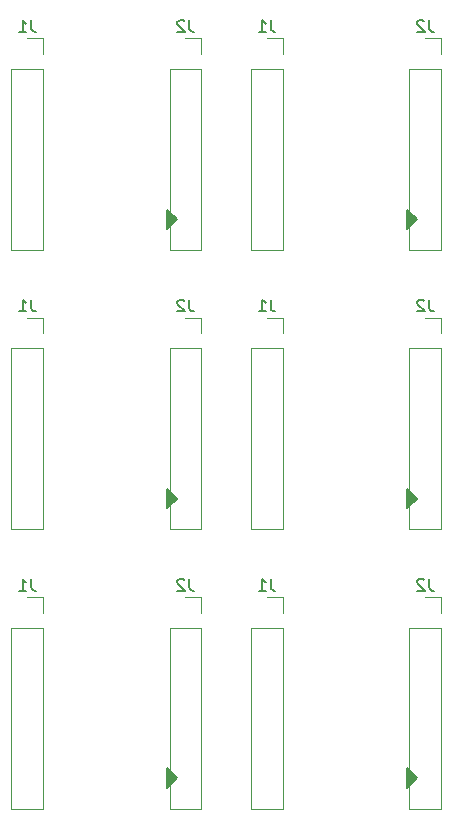
<source format=gbr>
%TF.GenerationSoftware,KiCad,Pcbnew,8.0.4*%
%TF.CreationDate,2024-09-15T23:07:02-03:00*%
%TF.ProjectId,panelized_TB67,70616e65-6c69-47a6-9564-5f544236372e,rev?*%
%TF.SameCoordinates,Original*%
%TF.FileFunction,Legend,Bot*%
%TF.FilePolarity,Positive*%
%FSLAX46Y46*%
G04 Gerber Fmt 4.6, Leading zero omitted, Abs format (unit mm)*
G04 Created by KiCad (PCBNEW 8.0.4) date 2024-09-15 23:07:02*
%MOMM*%
%LPD*%
G01*
G04 APERTURE LIST*
%ADD10C,0.200000*%
%ADD11C,0.150000*%
%ADD12C,0.120000*%
G04 APERTURE END LIST*
D10*
X144400000Y-50500500D02*
X143575000Y-51325500D01*
X143575000Y-49675500D01*
X144400000Y-50500500D01*
G36*
X144400000Y-50500500D02*
G01*
X143575000Y-51325500D01*
X143575000Y-49675500D01*
X144400000Y-50500500D01*
G37*
X144400000Y-74150500D02*
X143575000Y-74975500D01*
X143575000Y-73325500D01*
X144400000Y-74150500D01*
G36*
X144400000Y-74150500D02*
G01*
X143575000Y-74975500D01*
X143575000Y-73325500D01*
X144400000Y-74150500D01*
G37*
X164700000Y-74150500D02*
X163875000Y-74975500D01*
X163875000Y-73325500D01*
X164700000Y-74150500D01*
G36*
X164700000Y-74150500D02*
G01*
X163875000Y-74975500D01*
X163875000Y-73325500D01*
X164700000Y-74150500D01*
G37*
X164700000Y-97800500D02*
X163875000Y-98625500D01*
X163875000Y-96975500D01*
X164700000Y-97800500D01*
G36*
X164700000Y-97800500D02*
G01*
X163875000Y-98625500D01*
X163875000Y-96975500D01*
X164700000Y-97800500D01*
G37*
X144400000Y-97800500D02*
X143575000Y-98625500D01*
X143575000Y-96975500D01*
X144400000Y-97800500D01*
G36*
X144400000Y-97800500D02*
G01*
X143575000Y-98625500D01*
X143575000Y-96975500D01*
X144400000Y-97800500D01*
G37*
X164700000Y-50500500D02*
X163875000Y-51325500D01*
X163875000Y-49675500D01*
X164700000Y-50500500D01*
G36*
X164700000Y-50500500D02*
G01*
X163875000Y-51325500D01*
X163875000Y-49675500D01*
X164700000Y-50500500D01*
G37*
D11*
X145423333Y-33635319D02*
X145423333Y-34349604D01*
X145423333Y-34349604D02*
X145470952Y-34492461D01*
X145470952Y-34492461D02*
X145566190Y-34587700D01*
X145566190Y-34587700D02*
X145709047Y-34635319D01*
X145709047Y-34635319D02*
X145804285Y-34635319D01*
X144994761Y-33730557D02*
X144947142Y-33682938D01*
X144947142Y-33682938D02*
X144851904Y-33635319D01*
X144851904Y-33635319D02*
X144613809Y-33635319D01*
X144613809Y-33635319D02*
X144518571Y-33682938D01*
X144518571Y-33682938D02*
X144470952Y-33730557D01*
X144470952Y-33730557D02*
X144423333Y-33825795D01*
X144423333Y-33825795D02*
X144423333Y-33921033D01*
X144423333Y-33921033D02*
X144470952Y-34063890D01*
X144470952Y-34063890D02*
X145042380Y-34635319D01*
X145042380Y-34635319D02*
X144423333Y-34635319D01*
X132033333Y-33635319D02*
X132033333Y-34349604D01*
X132033333Y-34349604D02*
X132080952Y-34492461D01*
X132080952Y-34492461D02*
X132176190Y-34587700D01*
X132176190Y-34587700D02*
X132319047Y-34635319D01*
X132319047Y-34635319D02*
X132414285Y-34635319D01*
X131033333Y-34635319D02*
X131604761Y-34635319D01*
X131319047Y-34635319D02*
X131319047Y-33635319D01*
X131319047Y-33635319D02*
X131414285Y-33778176D01*
X131414285Y-33778176D02*
X131509523Y-33873414D01*
X131509523Y-33873414D02*
X131604761Y-33921033D01*
X152333333Y-57285319D02*
X152333333Y-57999604D01*
X152333333Y-57999604D02*
X152380952Y-58142461D01*
X152380952Y-58142461D02*
X152476190Y-58237700D01*
X152476190Y-58237700D02*
X152619047Y-58285319D01*
X152619047Y-58285319D02*
X152714285Y-58285319D01*
X151333333Y-58285319D02*
X151904761Y-58285319D01*
X151619047Y-58285319D02*
X151619047Y-57285319D01*
X151619047Y-57285319D02*
X151714285Y-57428176D01*
X151714285Y-57428176D02*
X151809523Y-57523414D01*
X151809523Y-57523414D02*
X151904761Y-57571033D01*
X132033333Y-80935319D02*
X132033333Y-81649604D01*
X132033333Y-81649604D02*
X132080952Y-81792461D01*
X132080952Y-81792461D02*
X132176190Y-81887700D01*
X132176190Y-81887700D02*
X132319047Y-81935319D01*
X132319047Y-81935319D02*
X132414285Y-81935319D01*
X131033333Y-81935319D02*
X131604761Y-81935319D01*
X131319047Y-81935319D02*
X131319047Y-80935319D01*
X131319047Y-80935319D02*
X131414285Y-81078176D01*
X131414285Y-81078176D02*
X131509523Y-81173414D01*
X131509523Y-81173414D02*
X131604761Y-81221033D01*
X165723333Y-80935319D02*
X165723333Y-81649604D01*
X165723333Y-81649604D02*
X165770952Y-81792461D01*
X165770952Y-81792461D02*
X165866190Y-81887700D01*
X165866190Y-81887700D02*
X166009047Y-81935319D01*
X166009047Y-81935319D02*
X166104285Y-81935319D01*
X165294761Y-81030557D02*
X165247142Y-80982938D01*
X165247142Y-80982938D02*
X165151904Y-80935319D01*
X165151904Y-80935319D02*
X164913809Y-80935319D01*
X164913809Y-80935319D02*
X164818571Y-80982938D01*
X164818571Y-80982938D02*
X164770952Y-81030557D01*
X164770952Y-81030557D02*
X164723333Y-81125795D01*
X164723333Y-81125795D02*
X164723333Y-81221033D01*
X164723333Y-81221033D02*
X164770952Y-81363890D01*
X164770952Y-81363890D02*
X165342380Y-81935319D01*
X165342380Y-81935319D02*
X164723333Y-81935319D01*
X145423333Y-57285319D02*
X145423333Y-57999604D01*
X145423333Y-57999604D02*
X145470952Y-58142461D01*
X145470952Y-58142461D02*
X145566190Y-58237700D01*
X145566190Y-58237700D02*
X145709047Y-58285319D01*
X145709047Y-58285319D02*
X145804285Y-58285319D01*
X144994761Y-57380557D02*
X144947142Y-57332938D01*
X144947142Y-57332938D02*
X144851904Y-57285319D01*
X144851904Y-57285319D02*
X144613809Y-57285319D01*
X144613809Y-57285319D02*
X144518571Y-57332938D01*
X144518571Y-57332938D02*
X144470952Y-57380557D01*
X144470952Y-57380557D02*
X144423333Y-57475795D01*
X144423333Y-57475795D02*
X144423333Y-57571033D01*
X144423333Y-57571033D02*
X144470952Y-57713890D01*
X144470952Y-57713890D02*
X145042380Y-58285319D01*
X145042380Y-58285319D02*
X144423333Y-58285319D01*
X165723333Y-33635319D02*
X165723333Y-34349604D01*
X165723333Y-34349604D02*
X165770952Y-34492461D01*
X165770952Y-34492461D02*
X165866190Y-34587700D01*
X165866190Y-34587700D02*
X166009047Y-34635319D01*
X166009047Y-34635319D02*
X166104285Y-34635319D01*
X165294761Y-33730557D02*
X165247142Y-33682938D01*
X165247142Y-33682938D02*
X165151904Y-33635319D01*
X165151904Y-33635319D02*
X164913809Y-33635319D01*
X164913809Y-33635319D02*
X164818571Y-33682938D01*
X164818571Y-33682938D02*
X164770952Y-33730557D01*
X164770952Y-33730557D02*
X164723333Y-33825795D01*
X164723333Y-33825795D02*
X164723333Y-33921033D01*
X164723333Y-33921033D02*
X164770952Y-34063890D01*
X164770952Y-34063890D02*
X165342380Y-34635319D01*
X165342380Y-34635319D02*
X164723333Y-34635319D01*
X165723333Y-57285319D02*
X165723333Y-57999604D01*
X165723333Y-57999604D02*
X165770952Y-58142461D01*
X165770952Y-58142461D02*
X165866190Y-58237700D01*
X165866190Y-58237700D02*
X166009047Y-58285319D01*
X166009047Y-58285319D02*
X166104285Y-58285319D01*
X165294761Y-57380557D02*
X165247142Y-57332938D01*
X165247142Y-57332938D02*
X165151904Y-57285319D01*
X165151904Y-57285319D02*
X164913809Y-57285319D01*
X164913809Y-57285319D02*
X164818571Y-57332938D01*
X164818571Y-57332938D02*
X164770952Y-57380557D01*
X164770952Y-57380557D02*
X164723333Y-57475795D01*
X164723333Y-57475795D02*
X164723333Y-57571033D01*
X164723333Y-57571033D02*
X164770952Y-57713890D01*
X164770952Y-57713890D02*
X165342380Y-58285319D01*
X165342380Y-58285319D02*
X164723333Y-58285319D01*
X152333333Y-80935319D02*
X152333333Y-81649604D01*
X152333333Y-81649604D02*
X152380952Y-81792461D01*
X152380952Y-81792461D02*
X152476190Y-81887700D01*
X152476190Y-81887700D02*
X152619047Y-81935319D01*
X152619047Y-81935319D02*
X152714285Y-81935319D01*
X151333333Y-81935319D02*
X151904761Y-81935319D01*
X151619047Y-81935319D02*
X151619047Y-80935319D01*
X151619047Y-80935319D02*
X151714285Y-81078176D01*
X151714285Y-81078176D02*
X151809523Y-81173414D01*
X151809523Y-81173414D02*
X151904761Y-81221033D01*
X145423333Y-80935319D02*
X145423333Y-81649604D01*
X145423333Y-81649604D02*
X145470952Y-81792461D01*
X145470952Y-81792461D02*
X145566190Y-81887700D01*
X145566190Y-81887700D02*
X145709047Y-81935319D01*
X145709047Y-81935319D02*
X145804285Y-81935319D01*
X144994761Y-81030557D02*
X144947142Y-80982938D01*
X144947142Y-80982938D02*
X144851904Y-80935319D01*
X144851904Y-80935319D02*
X144613809Y-80935319D01*
X144613809Y-80935319D02*
X144518571Y-80982938D01*
X144518571Y-80982938D02*
X144470952Y-81030557D01*
X144470952Y-81030557D02*
X144423333Y-81125795D01*
X144423333Y-81125795D02*
X144423333Y-81221033D01*
X144423333Y-81221033D02*
X144470952Y-81363890D01*
X144470952Y-81363890D02*
X145042380Y-81935319D01*
X145042380Y-81935319D02*
X144423333Y-81935319D01*
X132033333Y-57285319D02*
X132033333Y-57999604D01*
X132033333Y-57999604D02*
X132080952Y-58142461D01*
X132080952Y-58142461D02*
X132176190Y-58237700D01*
X132176190Y-58237700D02*
X132319047Y-58285319D01*
X132319047Y-58285319D02*
X132414285Y-58285319D01*
X131033333Y-58285319D02*
X131604761Y-58285319D01*
X131319047Y-58285319D02*
X131319047Y-57285319D01*
X131319047Y-57285319D02*
X131414285Y-57428176D01*
X131414285Y-57428176D02*
X131509523Y-57523414D01*
X131509523Y-57523414D02*
X131604761Y-57571033D01*
X152333333Y-33635319D02*
X152333333Y-34349604D01*
X152333333Y-34349604D02*
X152380952Y-34492461D01*
X152380952Y-34492461D02*
X152476190Y-34587700D01*
X152476190Y-34587700D02*
X152619047Y-34635319D01*
X152619047Y-34635319D02*
X152714285Y-34635319D01*
X151333333Y-34635319D02*
X151904761Y-34635319D01*
X151619047Y-34635319D02*
X151619047Y-33635319D01*
X151619047Y-33635319D02*
X151714285Y-33778176D01*
X151714285Y-33778176D02*
X151809523Y-33873414D01*
X151809523Y-33873414D02*
X151904761Y-33921033D01*
D12*
%TO.C,J2*%
X143760000Y-37780500D02*
X146420000Y-37780500D01*
X143760000Y-53080500D02*
X143760000Y-37780500D01*
X143760000Y-53080500D02*
X146420000Y-53080500D01*
X145090000Y-35180500D02*
X146420000Y-35180500D01*
X146420000Y-35180500D02*
X146420000Y-36510500D01*
X146420000Y-53080500D02*
X146420000Y-37780500D01*
%TO.C,J1*%
X130370000Y-37780500D02*
X133030000Y-37780500D01*
X130370000Y-53080500D02*
X130370000Y-37780500D01*
X130370000Y-53080500D02*
X133030000Y-53080500D01*
X131700000Y-35180500D02*
X133030000Y-35180500D01*
X133030000Y-35180500D02*
X133030000Y-36510500D01*
X133030000Y-53080500D02*
X133030000Y-37780500D01*
X150670000Y-61430500D02*
X153330000Y-61430500D01*
X150670000Y-76730500D02*
X150670000Y-61430500D01*
X150670000Y-76730500D02*
X153330000Y-76730500D01*
X152000000Y-58830500D02*
X153330000Y-58830500D01*
X153330000Y-58830500D02*
X153330000Y-60160500D01*
X153330000Y-76730500D02*
X153330000Y-61430500D01*
X130370000Y-85080500D02*
X133030000Y-85080500D01*
X130370000Y-100380500D02*
X130370000Y-85080500D01*
X130370000Y-100380500D02*
X133030000Y-100380500D01*
X131700000Y-82480500D02*
X133030000Y-82480500D01*
X133030000Y-82480500D02*
X133030000Y-83810500D01*
X133030000Y-100380500D02*
X133030000Y-85080500D01*
%TO.C,J2*%
X164060000Y-85080500D02*
X166720000Y-85080500D01*
X164060000Y-100380500D02*
X164060000Y-85080500D01*
X164060000Y-100380500D02*
X166720000Y-100380500D01*
X165390000Y-82480500D02*
X166720000Y-82480500D01*
X166720000Y-82480500D02*
X166720000Y-83810500D01*
X166720000Y-100380500D02*
X166720000Y-85080500D01*
X143760000Y-61430500D02*
X146420000Y-61430500D01*
X143760000Y-76730500D02*
X143760000Y-61430500D01*
X143760000Y-76730500D02*
X146420000Y-76730500D01*
X145090000Y-58830500D02*
X146420000Y-58830500D01*
X146420000Y-58830500D02*
X146420000Y-60160500D01*
X146420000Y-76730500D02*
X146420000Y-61430500D01*
X164060000Y-37780500D02*
X166720000Y-37780500D01*
X164060000Y-53080500D02*
X164060000Y-37780500D01*
X164060000Y-53080500D02*
X166720000Y-53080500D01*
X165390000Y-35180500D02*
X166720000Y-35180500D01*
X166720000Y-35180500D02*
X166720000Y-36510500D01*
X166720000Y-53080500D02*
X166720000Y-37780500D01*
X164060000Y-61430500D02*
X166720000Y-61430500D01*
X164060000Y-76730500D02*
X164060000Y-61430500D01*
X164060000Y-76730500D02*
X166720000Y-76730500D01*
X165390000Y-58830500D02*
X166720000Y-58830500D01*
X166720000Y-58830500D02*
X166720000Y-60160500D01*
X166720000Y-76730500D02*
X166720000Y-61430500D01*
%TO.C,J1*%
X150670000Y-85080500D02*
X153330000Y-85080500D01*
X150670000Y-100380500D02*
X150670000Y-85080500D01*
X150670000Y-100380500D02*
X153330000Y-100380500D01*
X152000000Y-82480500D02*
X153330000Y-82480500D01*
X153330000Y-82480500D02*
X153330000Y-83810500D01*
X153330000Y-100380500D02*
X153330000Y-85080500D01*
%TO.C,J2*%
X143760000Y-85080500D02*
X146420000Y-85080500D01*
X143760000Y-100380500D02*
X143760000Y-85080500D01*
X143760000Y-100380500D02*
X146420000Y-100380500D01*
X145090000Y-82480500D02*
X146420000Y-82480500D01*
X146420000Y-82480500D02*
X146420000Y-83810500D01*
X146420000Y-100380500D02*
X146420000Y-85080500D01*
%TO.C,J1*%
X130370000Y-61430500D02*
X133030000Y-61430500D01*
X130370000Y-76730500D02*
X130370000Y-61430500D01*
X130370000Y-76730500D02*
X133030000Y-76730500D01*
X131700000Y-58830500D02*
X133030000Y-58830500D01*
X133030000Y-58830500D02*
X133030000Y-60160500D01*
X133030000Y-76730500D02*
X133030000Y-61430500D01*
X150670000Y-37780500D02*
X153330000Y-37780500D01*
X150670000Y-53080500D02*
X150670000Y-37780500D01*
X150670000Y-53080500D02*
X153330000Y-53080500D01*
X152000000Y-35180500D02*
X153330000Y-35180500D01*
X153330000Y-35180500D02*
X153330000Y-36510500D01*
X153330000Y-53080500D02*
X153330000Y-37780500D01*
%TD*%
M02*

</source>
